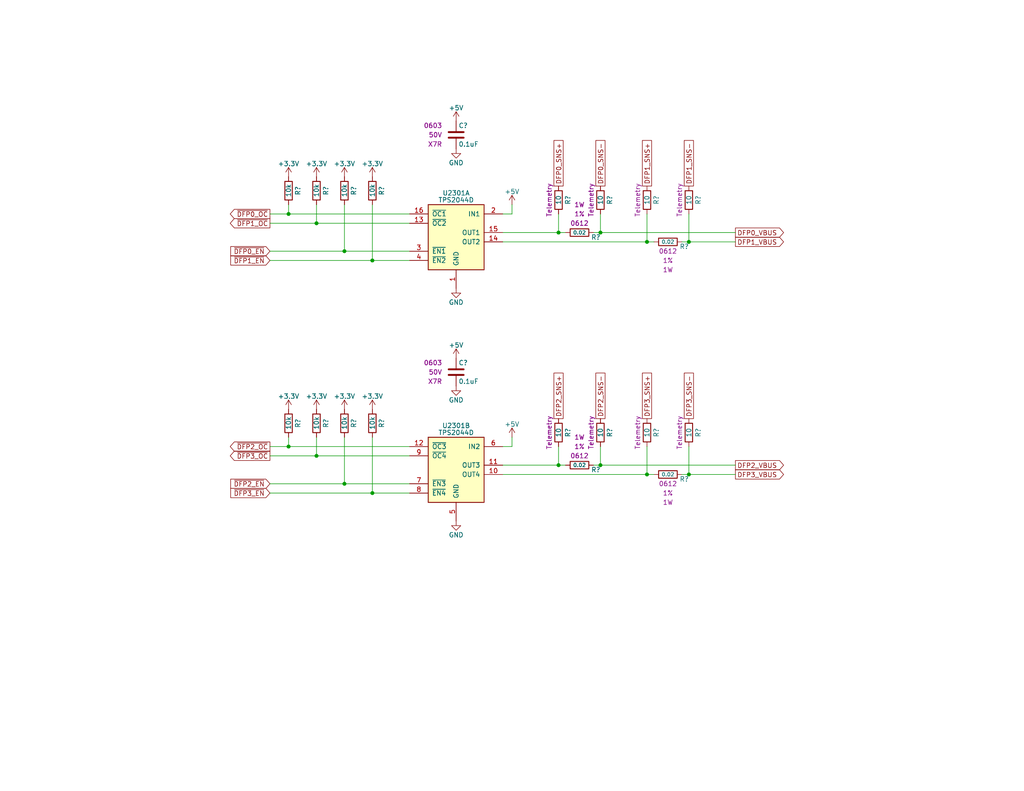
<source format=kicad_sch>
(kicad_sch (version 20230121) (generator eeschema)
  (paper "A")
  (title_block (title "USB Hub") (date "2023-08-20") (rev "PRELIM") (company "Drew Maatman"))
  (lib_symbols
    (symbol "Custom_Library:C_Custom" (pin_numbers hide) (pin_names (offset 0.254))
      (property "Reference" "C" (at 0.635 2.54 0))
      (property "Value" "C_Custom" (at 0.635 -2.54 0))
      (property "display_footprint" "Foot" (at -3.81 2.54 0))
      (property "Voltage" "V" (at -3.81 0 0))
      (property "Dielectric" "Er" (at -3.81 -2.54 0))
      (symbol "C_Custom_0_1"
        (polyline (pts (xy -2.032 -0.762) (xy 2.032 -0.762)) (stroke (width 0.508)))
        (polyline (pts (xy -2.032 0.762) (xy 2.032 0.762)) (stroke (width 0.508)))
      )
      (symbol "C_Custom_1_1"
        (pin passive line (at 0 3.81 270) (length 2.794) (name "~") (number "1"))
        (pin passive line (at 0 -3.81 90) (length 2.794) (name "~") (number "2"))
      )
    )
    (symbol "Custom_Library:R_Custom" (pin_numbers hide) (pin_names (offset 1.016) hide)
      (property "Reference" "R" (at -2.54 0 90))
      (property "Value" "R_Custom" (at 0 0 90))
      (property "display_footprint" "Foot" (at 2.54 0 90))
      (property "Tolerance" "Tol" (at 5.08 0 90))
      (property "Wattage" "W" (at 7.62 0 90))
      (symbol "R_Custom_0_1"
        (rectangle (start 1.016 2.54) (end -1.016 -2.54) (stroke (width 0.254)))
      )
      (symbol "R_Custom_1_1"
        (pin passive line (at 0 3.81 270) (length 1.27) (name "1") (number "1"))
        (pin passive line (at 0 -3.81 90) (length 1.27) (name "2") (number "2"))
      )
    )
    (symbol "Power_Management:TPS2044D" (pin_names (offset 1.016))
      (property "Reference" "U" (at 0 10.795 0))
      (property "Value" "TPS2044D" (at 0 8.89 0))
      (symbol "TPS2044D_0_1"
        (rectangle (start -7.62 7.62) (end 7.62 -10.16) (stroke (width 0.254)) (fill (type background)))
      )
      (symbol "TPS2044D_1_1"
        (pin power_in line (at 0 -15.24 90) (length 5.08) (name "GND") (number "1"))
        (pin open_collector line (at -12.7 2.54 0) (length 5.08) (name "~{OC2}") (number "13"))
        (pin power_out line (at 12.7 -2.54 180) (length 5.08) (name "OUT2") (number "14"))
        (pin power_out line (at 12.7 0 180) (length 5.08) (name "OUT1") (number "15"))
        (pin open_collector line (at -12.7 5.08 0) (length 5.08) (name "~{OC1}") (number "16"))
        (pin power_in line (at 12.7 5.08 180) (length 5.08) (name "IN1") (number "2"))
        (pin input line (at -12.7 -5.08 0) (length 5.08) (name "~{EN1}") (number "3"))
        (pin input line (at -12.7 -7.62 0) (length 5.08) (name "~{EN2}") (number "4"))
      )
      (symbol "TPS2044D_2_1"
        (pin power_out line (at 12.7 -2.54 180) (length 5.08) (name "OUT4") (number "10"))
        (pin power_out line (at 12.7 0 180) (length 5.08) (name "OUT3") (number "11"))
        (pin open_collector line (at -12.7 5.08 0) (length 5.08) (name "~{OC3}") (number "12"))
        (pin power_in line (at 0 -15.24 90) (length 5.08) (name "GND") (number "5"))
        (pin power_in line (at 12.7 5.08 180) (length 5.08) (name "IN2") (number "6"))
        (pin input line (at -12.7 -5.08 0) (length 5.08) (name "~{EN3}") (number "7"))
        (pin input line (at -12.7 -7.62 0) (length 5.08) (name "~{EN4}") (number "8"))
        (pin open_collector line (at -12.7 2.54 0) (length 5.08) (name "~{OC4}") (number "9"))
      )
    )
    (symbol "power:+3.3V" (power) (pin_names (offset 0))
      (property "Value" "+3.3V" (at 0 3.556 0))
      (symbol "+3.3V_0_1"
        (polyline (pts (xy -0.762 1.27) (xy 0 2.54)))
        (polyline (pts (xy 0 0) (xy 0 2.54)))
        (polyline (pts (xy 0 2.54) (xy 0.762 1.27)))
      )
      (symbol "+3.3V_1_1"
        (pin power_in line (at 0 0 90) (length 0) hide (name "+3.3V") (number "1"))
      )
    )
    (symbol "power:+5V" (power) (pin_names (offset 0))
      (property "Value" "+5V" (at 0 3.556 0))
      (symbol "+5V_0_1"
        (polyline (pts (xy -0.762 1.27) (xy 0 2.54)))
        (polyline (pts (xy 0 0) (xy 0 2.54)))
        (polyline (pts (xy 0 2.54) (xy 0.762 1.27)))
      )
      (symbol "+5V_1_1"
        (pin power_in line (at 0 0 90) (length 0) hide (name "+5V") (number "1"))
      )
    )
    (symbol "power:GND" (power) (pin_names (offset 0))
      (property "Value" "GND" (at 0 -3.81 0))
      (symbol "GND_0_1"
        (polyline (pts (xy 0 0) (xy 0 -1.27) (xy 1.27 -1.27) (xy 0 -2.54) (xy -1.27 -1.27) (xy 0 -1.27)))
      )
      (symbol "GND_1_1"
        (pin power_in line (at 0 0 270) (length 0) hide (name "GND") (number "1"))
      )
    )
  )
  (junction (at 163.83 127))
  (junction (at 101.6 71.12))
  (junction (at 78.74 121.92))
  (junction (at 187.96 129.54))
  (junction (at 176.53 129.54))
  (junction (at 78.74 58.42))
  (junction (at 93.98 68.58))
  (junction (at 86.36 124.46))
  (junction (at 152.4 127))
  (junction (at 163.83 63.5))
  (junction (at 101.6 134.62))
  (junction (at 86.36 60.96))
  (junction (at 152.4 63.5))
  (junction (at 93.98 132.08))
  (junction (at 176.53 66.04))
  (junction (at 187.96 66.04))
  (wire (pts (xy 86.36 124.46) (xy 111.76 124.46)))
  (wire (pts (xy 161.925 127) (xy 163.83 127)))
  (wire (pts (xy 137.16 129.54) (xy 176.53 129.54)))
  (wire (pts (xy 73.66 134.62) (xy 101.6 134.62)))
  (wire (pts (xy 78.74 55.88) (xy 78.74 58.42)))
  (wire (pts (xy 176.53 121.92) (xy 176.53 129.54)))
  (wire (pts (xy 73.66 60.96) (xy 86.36 60.96)))
  (wire (pts (xy 93.98 132.08) (xy 111.76 132.08)))
  (wire (pts (xy 139.7 58.42) (xy 137.16 58.42)))
  (wire (pts (xy 163.83 127) (xy 200.66 127)))
  (wire (pts (xy 187.96 129.54) (xy 200.66 129.54)))
  (wire (pts (xy 176.53 66.04) (xy 178.435 66.04)))
  (wire (pts (xy 101.6 71.12) (xy 111.76 71.12)))
  (wire (pts (xy 176.53 58.42) (xy 176.53 66.04)))
  (wire (pts (xy 93.98 68.58) (xy 111.76 68.58)))
  (wire (pts (xy 101.6 134.62) (xy 111.76 134.62)))
  (wire (pts (xy 163.83 121.92) (xy 163.83 127)))
  (wire (pts (xy 93.98 119.38) (xy 93.98 132.08)))
  (wire (pts (xy 73.66 71.12) (xy 101.6 71.12)))
  (wire (pts (xy 152.4 121.92) (xy 152.4 127)))
  (wire (pts (xy 187.96 66.04) (xy 200.66 66.04)))
  (wire (pts (xy 86.36 60.96) (xy 111.76 60.96)))
  (wire (pts (xy 137.16 127) (xy 152.4 127)))
  (wire (pts (xy 73.66 68.58) (xy 93.98 68.58)))
  (wire (pts (xy 152.4 127) (xy 154.305 127)))
  (wire (pts (xy 78.74 58.42) (xy 111.76 58.42)))
  (wire (pts (xy 86.36 55.88) (xy 86.36 60.96)))
  (wire (pts (xy 86.36 119.38) (xy 86.36 124.46)))
  (wire (pts (xy 186.055 66.04) (xy 187.96 66.04)))
  (wire (pts (xy 73.66 132.08) (xy 93.98 132.08)))
  (wire (pts (xy 137.16 66.04) (xy 176.53 66.04)))
  (wire (pts (xy 101.6 55.88) (xy 101.6 71.12)))
  (wire (pts (xy 152.4 63.5) (xy 154.305 63.5)))
  (wire (pts (xy 163.83 63.5) (xy 200.66 63.5)))
  (wire (pts (xy 78.74 121.92) (xy 111.76 121.92)))
  (wire (pts (xy 101.6 119.38) (xy 101.6 134.62)))
  (wire (pts (xy 73.66 58.42) (xy 78.74 58.42)))
  (wire (pts (xy 78.74 119.38) (xy 78.74 121.92)))
  (wire (pts (xy 73.66 121.92) (xy 78.74 121.92)))
  (wire (pts (xy 93.98 55.88) (xy 93.98 68.58)))
  (wire (pts (xy 139.7 55.88) (xy 139.7 58.42)))
  (wire (pts (xy 176.53 129.54) (xy 178.435 129.54)))
  (wire (pts (xy 187.96 58.42) (xy 187.96 66.04)))
  (wire (pts (xy 137.16 63.5) (xy 152.4 63.5)))
  (wire (pts (xy 187.96 121.92) (xy 187.96 129.54)))
  (wire (pts (xy 152.4 58.42) (xy 152.4 63.5)))
  (wire (pts (xy 139.7 121.92) (xy 137.16 121.92)))
  (wire (pts (xy 186.055 129.54) (xy 187.96 129.54)))
  (wire (pts (xy 161.925 63.5) (xy 163.83 63.5)))
  (wire (pts (xy 163.83 58.42) (xy 163.83 63.5)))
  (wire (pts (xy 139.7 119.38) (xy 139.7 121.92)))
  (wire (pts (xy 73.66 124.46) (xy 86.36 124.46)))
  (global_label "DFP3_SNS+" (shape passive) (at 176.53 114.3 90) (property "Intersheetrefs" "${INTERSHEET_REFS}" (effects hide)))
  (global_label "DFP0_SNS-" (shape passive) (at 163.83 50.8 90) (property "Intersheetrefs" "${INTERSHEET_REFS}" (effects hide)))
  (global_label "DFP2_SNS-" (shape passive) (at 163.83 114.3 90) (property "Intersheetrefs" "${INTERSHEET_REFS}" (effects hide)))
  (global_label "~{DFP0_EN}" (shape input) (at 73.66 68.58 180) (property "Intersheetrefs" "${INTERSHEET_REFS}" (effects hide)))
  (global_label "DFP1_VBUS" (shape output) (at 200.66 66.04 0) (property "Intersheetrefs" "${INTERSHEET_REFS}" (effects hide)))
  (global_label "~{DFP2_OC}" (shape output) (at 73.66 121.92 180) (property "Intersheetrefs" "${INTERSHEET_REFS}" (effects hide)))
  (global_label "DFP3_VBUS" (shape output) (at 200.66 129.54 0) (property "Intersheetrefs" "${INTERSHEET_REFS}" (effects hide)))
  (global_label "DFP0_SNS+" (shape passive) (at 152.4 50.8 90) (property "Intersheetrefs" "${INTERSHEET_REFS}" (effects hide)))
  (global_label "~{DFP3_OC}" (shape output) (at 73.66 124.46 180) (property "Intersheetrefs" "${INTERSHEET_REFS}" (effects hide)))
  (global_label "DFP1_SNS+" (shape passive) (at 176.53 50.8 90) (property "Intersheetrefs" "${INTERSHEET_REFS}" (effects hide)))
  (global_label "DFP0_VBUS" (shape output) (at 200.66 63.5 0) (property "Intersheetrefs" "${INTERSHEET_REFS}" (effects hide)))
  (global_label "~{DFP1_EN}" (shape input) (at 73.66 71.12 180) (property "Intersheetrefs" "${INTERSHEET_REFS}" (effects hide)))
  (global_label "DFP1_SNS-" (shape passive) (at 187.96 50.8 90) (property "Intersheetrefs" "${INTERSHEET_REFS}" (effects hide)))
  (global_label "~{DFP2_EN}" (shape input) (at 73.66 132.08 180) (property "Intersheetrefs" "${INTERSHEET_REFS}" (effects hide)))
  (global_label "~{DFP1_OC}" (shape output) (at 73.66 60.96 180) (property "Intersheetrefs" "${INTERSHEET_REFS}" (effects hide)))
  (global_label "DFP3_SNS-" (shape passive) (at 187.96 114.3 90) (property "Intersheetrefs" "${INTERSHEET_REFS}" (effects hide)))
  (global_label "~{DFP3_EN}" (shape input) (at 73.66 134.62 180) (property "Intersheetrefs" "${INTERSHEET_REFS}" (effects hide)))
  (global_label "DFP2_SNS+" (shape passive) (at 152.4 114.3 90) (property "Intersheetrefs" "${INTERSHEET_REFS}" (effects hide)))
  (global_label "DFP2_VBUS" (shape output) (at 200.66 127 0) (property "Intersheetrefs" "${INTERSHEET_REFS}" (effects hide)))
  (global_label "~{DFP0_OC}" (shape output) (at 73.66 58.42 180) (property "Intersheetrefs" "${INTERSHEET_REFS}" (effects hide)))
  (symbol (lib_id "Custom_Library:R_Custom") (at 93.98 115.57 0) (mirror y) (unit 1)
    (property "Reference" "R?" (at 96.52 115.57 90))
    (property "Value" "10k" (at 93.98 117.348 90) (effects (justify left)))
    (property "Footprint" "Resistors_SMD:R_0603" (effects hide))
    (property "display_footprint" "0603" (effects hide))
    (property "Tolerance" "1%" (effects hide))
    (property "Wattage" "1/10W" (effects hide))
    (property "Digi-Key PN" "PN" (effects hide))
    (instances (project "USB_Hub" (path "" (reference "R?") (unit 1)) (path "" (reference "R2306") (unit 1))))
  )
  (symbol (lib_id "power:+5V") (at 139.7 119.38 0) (unit 1)
    (property "Reference" "#PWR02316" (effects hide))
    (property "Value" "+5V" (at 139.7 115.824 0))
  )
  (symbol (lib_id "Custom_Library:R_Custom") (at 101.6 115.57 0) (mirror y) (unit 1)
    (property "Reference" "R?" (at 104.14 115.57 90))
    (property "Value" "10k" (at 101.6 117.348 90) (effects (justify left)))
    (property "Footprint" "Resistors_SMD:R_0603" (effects hide))
    (property "display_footprint" "0603" (effects hide))
    (property "Tolerance" "1%" (effects hide))
    (property "Wattage" "1/10W" (effects hide))
    (property "Digi-Key PN" "PN" (effects hide))
    (instances (project "USB_Hub" (path "" (reference "R?") (unit 1)) (path "" (reference "R2308") (unit 1))))
  )
  (symbol (lib_id "power:+3.3V") (at 93.98 48.26 0) (unit 1)
    (property "Reference" "#PWR02305" (effects hide))
    (property "Value" "+3.3V" (at 93.98 44.704 0))
  )
  (symbol (lib_id "Custom_Library:R_Custom") (at 86.36 115.57 0) (mirror y) (unit 1)
    (property "Reference" "R?" (at 88.9 115.57 90))
    (property "Value" "10k" (at 86.36 117.348 90) (effects (justify left)))
    (property "Footprint" "Resistors_SMD:R_0603" (effects hide))
    (property "display_footprint" "0603" (effects hide))
    (property "Tolerance" "1%" (effects hide))
    (property "Wattage" "1/10W" (effects hide))
    (property "Digi-Key PN" "PN" (effects hide))
    (instances (project "USB_Hub" (path "" (reference "R?") (unit 1)) (path "" (reference "R2304") (unit 1))))
  )
  (symbol (lib_id "Custom_Library:C_Custom") (at 124.46 101.6 0) (unit 1)
    (property "Reference" "C?" (at 125.095 99.06 0) (effects (justify left)))
    (property "Value" "0.1uF" (at 125.095 104.14 0) (effects (justify left)))
    (property "Footprint" "Capacitors_SMD:C_0603" (effects hide))
    (property "display_footprint" "0603" (at 120.65 99.06 0) (effects (justify right)))
    (property "Voltage" "50V" (at 120.65 101.6 0) (effects (justify right)))
    (property "Dielectric" "X7R" (at 120.65 104.14 0) (effects (justify right)))
    (property "Digi-Key PN" "399-7845-1-ND" (effects hide))
    (instances (project "USB_Hub" (path "" (reference "C?") (unit 1)) (path "" (reference "C2302") (unit 1))))
  )
  (symbol (lib_id "Custom_Library:R_Custom") (at 163.83 118.11 0) (mirror y) (unit 1)
    (property "Reference" "R?" (at 166.37 118.11 90))
    (property "Value" "10" (at 163.83 118.11 90))
    (property "Footprint" "Resistors_SMD:R_0402" (effects hide))
    (property "display_footprint" "0402" (effects hide))
    (property "Tolerance" "1%" (effects hide))
    (property "Wattage" "1/16W" (effects hide))
    (property "Digi-Key PN" "RMCF0402FT10R0CT-ND" (effects hide))
    (property "Configuration" "Telemetry" (at 161.29 118.11 90))
    (instances (project "LED_Panel_Controller" (path "" (reference "R?") (unit 1)) (path "" (reference "R?") (unit 1)) (path "" (reference "R?") (unit 1)) (path "" (reference "R?") (unit 1)) (path "" (reference "R?") (unit 1)) (path "" (reference "R?") (unit 1))) (project "USB_Hub" (path "" (reference "R?") (unit 1)) (path "" (reference "R?") (unit 1)) (path "" (reference "R2314") (unit 1))))
  )
  (symbol (lib_id "power:+3.3V") (at 101.6 111.76 0) (unit 1)
    (property "Reference" "#PWR02308" (effects hide))
    (property "Value" "+3.3V" (at 101.6 108.204 0))
  )
  (symbol (lib_id "Custom_Library:R_Custom") (at 101.6 52.07 0) (mirror y) (unit 1)
    (property "Reference" "R?" (at 104.14 52.07 90))
    (property "Value" "10k" (at 101.6 53.848 90) (effects (justify left)))
    (property "Footprint" "Resistors_SMD:R_0603" (effects hide))
    (property "display_footprint" "0603" (effects hide))
    (property "Tolerance" "1%" (effects hide))
    (property "Wattage" "1/10W" (effects hide))
    (property "Digi-Key PN" "PN" (effects hide))
    (instances (project "USB_Hub" (path "" (reference "R?") (unit 1)) (path "" (reference "R2307") (unit 1))))
  )
  (symbol (lib_id "power:+3.3V") (at 78.74 48.26 0) (unit 1)
    (property "Reference" "#PWR02301" (effects hide))
    (property "Value" "+3.3V" (at 78.74 44.704 0))
  )
  (symbol (lib_id "Custom_Library:R_Custom") (at 86.36 52.07 0) (mirror y) (unit 1)
    (property "Reference" "R?" (at 88.9 52.07 90))
    (property "Value" "10k" (at 86.36 53.848 90) (effects (justify left)))
    (property "Footprint" "Resistors_SMD:R_0603" (effects hide))
    (property "display_footprint" "0603" (effects hide))
    (property "Tolerance" "1%" (effects hide))
    (property "Wattage" "1/10W" (effects hide))
    (property "Digi-Key PN" "PN" (effects hide))
    (instances (project "USB_Hub" (path "" (reference "R?") (unit 1)) (path "" (reference "R2303") (unit 1))))
  )
  (symbol (lib_id "power:+5V") (at 124.46 33.02 0) (unit 1)
    (property "Reference" "#PWR02309" (effects hide))
    (property "Value" "+5V" (at 124.46 29.464 0))
  )
  (symbol (lib_id "Custom_Library:R_Custom") (at 182.245 129.54 90) (mirror x) (unit 1)
    (property "Reference" "R?" (at 185.42 130.81 90) (effects (justify right)))
    (property "Value" "0.02" (at 182.245 129.54 90) (effects (font (size 1.016 1.016))))
    (property "Footprint" "Resistors_SMD:R_0612" (effects hide))
    (property "Digi-Key PN" "P16010CT-ND" (effects hide))
    (property "display_footprint" "0612" (at 182.245 132.08 90))
    (property "Tolerance" "1%" (at 182.245 134.62 90))
    (property "Wattage" "1W" (at 182.245 137.16 90))
    (instances (project "LED_Panel_Controller" (path "" (reference "R?") (unit 1)) (path "" (reference "R?") (unit 1)) (path "" (reference "R?") (unit 1)) (path "" (reference "R?") (unit 1)) (path "" (reference "R?") (unit 1)) (path "" (reference "R?") (unit 1))) (project "USB_Hub" (path "" (reference "R?") (unit 1)) (path "" (reference "R?") (unit 1)) (path "" (reference "R2318") (unit 1))))
  )
  (symbol (lib_id "Custom_Library:R_Custom") (at 187.96 54.61 0) (mirror y) (unit 1)
    (property "Reference" "R?" (at 190.5 54.61 90))
    (property "Value" "10" (at 187.96 54.61 90))
    (property "Footprint" "Resistors_SMD:R_0402" (effects hide))
    (property "display_footprint" "0402" (effects hide))
    (property "Tolerance" "1%" (effects hide))
    (property "Wattage" "1/16W" (effects hide))
    (property "Digi-Key PN" "RMCF0402FT10R0CT-ND" (effects hide))
    (property "Configuration" "Telemetry" (at 185.42 54.61 90))
    (instances (project "LED_Panel_Controller" (path "" (reference "R?") (unit 1)) (path "" (reference "R?") (unit 1)) (path "" (reference "R?") (unit 1)) (path "" (reference "R?") (unit 1)) (path "" (reference "R?") (unit 1)) (path "" (reference "R?") (unit 1))) (project "USB_Hub" (path "" (reference "R?") (unit 1)) (path "" (reference "R?") (unit 1)) (path "" (reference "R2319") (unit 1))))
  )
  (symbol (lib_id "power:+3.3V") (at 86.36 48.26 0) (unit 1)
    (property "Reference" "#PWR02303" (effects hide))
    (property "Value" "+3.3V" (at 86.36 44.704 0))
  )
  (symbol (lib_id "Custom_Library:R_Custom") (at 176.53 118.11 0) (mirror y) (unit 1)
    (property "Reference" "R?" (at 179.07 118.11 90))
    (property "Value" "10" (at 176.53 118.11 90))
    (property "Footprint" "Resistors_SMD:R_0402" (effects hide))
    (property "display_footprint" "0402" (effects hide))
    (property "Tolerance" "1%" (effects hide))
    (property "Wattage" "1/16W" (effects hide))
    (property "Digi-Key PN" "RMCF0402FT10R0CT-ND" (effects hide))
    (property "Configuration" "Telemetry" (at 173.99 118.11 90))
    (instances (project "LED_Panel_Controller" (path "" (reference "R?") (unit 1)) (path "" (reference "R?") (unit 1)) (path "" (reference "R?") (unit 1)) (path "" (reference "R?") (unit 1)) (path "" (reference "R?") (unit 1)) (path "" (reference "R?") (unit 1))) (project "USB_Hub" (path "" (reference "R?") (unit 1)) (path "" (reference "R?") (unit 1)) (path "" (reference "R2316") (unit 1))))
  )
  (symbol (lib_id "Custom_Library:R_Custom") (at 176.53 54.61 0) (mirror y) (unit 1)
    (property "Reference" "R?" (at 179.07 54.61 90))
    (property "Value" "10" (at 176.53 54.61 90))
    (property "Footprint" "Resistors_SMD:R_0402" (effects hide))
    (property "display_footprint" "0402" (effects hide))
    (property "Tolerance" "1%" (effects hide))
    (property "Wattage" "1/16W" (effects hide))
    (property "Digi-Key PN" "RMCF0402FT10R0CT-ND" (effects hide))
    (property "Configuration" "Telemetry" (at 173.99 54.61 90))
    (instances (project "LED_Panel_Controller" (path "" (reference "R?") (unit 1)) (path "" (reference "R?") (unit 1)) (path "" (reference "R?") (unit 1)) (path "" (reference "R?") (unit 1)) (path "" (reference "R?") (unit 1)) (path "" (reference "R?") (unit 1))) (project "USB_Hub" (path "" (reference "R?") (unit 1)) (path "" (reference "R?") (unit 1)) (path "" (reference "R2315") (unit 1))))
  )
  (symbol (lib_id "power:+5V") (at 124.46 97.79 0) (unit 1)
    (property "Reference" "#PWR02312" (effects hide))
    (property "Value" "+5V" (at 124.46 94.234 0))
  )
  (symbol (lib_id "Custom_Library:R_Custom") (at 78.74 115.57 0) (mirror y) (unit 1)
    (property "Reference" "R?" (at 81.28 115.57 90))
    (property "Value" "10k" (at 78.74 117.348 90) (effects (justify left)))
    (property "Footprint" "Resistors_SMD:R_0603" (effects hide))
    (property "display_footprint" "0603" (effects hide))
    (property "Tolerance" "1%" (effects hide))
    (property "Wattage" "1/10W" (effects hide))
    (property "Digi-Key PN" "PN" (effects hide))
    (instances (project "USB_Hub" (path "" (reference "R?") (unit 1)) (path "" (reference "R2302") (unit 1))))
  )
  (symbol (lib_id "power:GND") (at 124.46 142.24 0) (unit 1)
    (property "Reference" "#PWR02314" (effects hide))
    (property "Value" "GND" (at 124.46 146.05 0))
  )
  (symbol (lib_id "Power_Management:TPS2044D") (at 124.46 127 0) (unit 2)
    (property "Reference" "U2301" (at 124.46 116.205 0))
    (property "Value" "TPS2044D" (at 124.46 118.11 0))
    (property "Footprint" "Package_SO:SOIC-16_3.9x9.9mm_P1.27mm" (effects hide))
    (property "Datasheet" "http://www.ti.com/lit/ds/symlink/tps2044.pdf" (effects hide))
  )
  (symbol (lib_id "Custom_Library:R_Custom") (at 182.245 66.04 90) (mirror x) (unit 1)
    (property "Reference" "R?" (at 185.42 67.31 90) (effects (justify right)))
    (property "Value" "0.02" (at 182.245 66.04 90) (effects (font (size 1.016 1.016))))
    (property "Footprint" "Resistors_SMD:R_0612" (effects hide))
    (property "Digi-Key PN" "P16010CT-ND" (effects hide))
    (property "display_footprint" "0612" (at 182.245 68.58 90))
    (property "Tolerance" "1%" (at 182.245 71.12 90))
    (property "Wattage" "1W" (at 182.245 73.66 90))
    (instances (project "LED_Panel_Controller" (path "" (reference "R?") (unit 1)) (path "" (reference "R?") (unit 1)) (path "" (reference "R?") (unit 1)) (path "" (reference "R?") (unit 1)) (path "" (reference "R?") (unit 1)) (path "" (reference "R?") (unit 1))) (project "USB_Hub" (path "" (reference "R?") (unit 1)) (path "" (reference "R?") (unit 1)) (path "" (reference "R2317") (unit 1))))
  )
  (symbol (lib_id "Custom_Library:R_Custom") (at 158.115 127 90) (unit 1)
    (property "Reference" "R?" (at 161.29 128.27 90) (effects (justify right)))
    (property "Value" "0.02" (at 158.115 127 90) (effects (font (size 1.016 1.016))))
    (property "Footprint" "Resistors_SMD:R_0612" (effects hide))
    (property "Digi-Key PN" "P16010CT-ND" (effects hide))
    (property "display_footprint" "0612" (at 158.115 124.46 90))
    (property "Tolerance" "1%" (at 158.115 121.92 90))
    (property "Wattage" "1W" (at 158.115 119.38 90))
    (instances (project "LED_Panel_Controller" (path "" (reference "R?") (unit 1)) (path "" (reference "R?") (unit 1)) (path "" (reference "R?") (unit 1)) (path "" (reference "R?") (unit 1)) (path "" (reference "R?") (unit 1)) (path "" (reference "R?") (unit 1))) (project "USB_Hub" (path "" (reference "R?") (unit 1)) (path "" (reference "R?") (unit 1)) (path "" (reference "R2312") (unit 1))))
  )
  (symbol (lib_id "power:+5V") (at 139.7 55.88 0) (unit 1)
    (property "Reference" "#PWR02315" (effects hide))
    (property "Value" "+5V" (at 139.7 52.324 0))
  )
  (symbol (lib_id "power:GND") (at 124.46 78.74 0) (unit 1)
    (property "Reference" "#PWR02311" (effects hide))
    (property "Value" "GND" (at 124.46 82.55 0))
  )
  (symbol (lib_id "power:+3.3V") (at 93.98 111.76 0) (unit 1)
    (property "Reference" "#PWR02306" (effects hide))
    (property "Value" "+3.3V" (at 93.98 108.204 0))
  )
  (symbol (lib_id "Custom_Library:R_Custom") (at 187.96 118.11 0) (mirror y) (unit 1)
    (property "Reference" "R?" (at 190.5 118.11 90))
    (property "Value" "10" (at 187.96 118.11 90))
    (property "Footprint" "Resistors_SMD:R_0402" (effects hide))
    (property "display_footprint" "0402" (effects hide))
    (property "Tolerance" "1%" (effects hide))
    (property "Wattage" "1/16W" (effects hide))
    (property "Digi-Key PN" "RMCF0402FT10R0CT-ND" (effects hide))
    (property "Configuration" "Telemetry" (at 185.42 118.11 90))
    (instances (project "LED_Panel_Controller" (path "" (reference "R?") (unit 1)) (path "" (reference "R?") (unit 1)) (path "" (reference "R?") (unit 1)) (path "" (reference "R?") (unit 1)) (path "" (reference "R?") (unit 1)) (path "" (reference "R?") (unit 1))) (project "USB_Hub" (path "" (reference "R?") (unit 1)) (path "" (reference "R?") (unit 1)) (path "" (reference "R2320") (unit 1))))
  )
  (symbol (lib_id "Custom_Library:R_Custom") (at 152.4 118.11 0) (mirror y) (unit 1)
    (property "Reference" "R?" (at 154.94 118.11 90))
    (property "Value" "10" (at 152.4 118.11 90))
    (property "Footprint" "Resistors_SMD:R_0402" (effects hide))
    (property "display_footprint" "0402" (effects hide))
    (property "Tolerance" "1%" (effects hide))
    (property "Wattage" "1/16W" (effects hide))
    (property "Digi-Key PN" "RMCF0402FT10R0CT-ND" (effects hide))
    (property "Configuration" "Telemetry" (at 149.86 118.11 90))
    (instances (project "LED_Panel_Controller" (path "" (reference "R?") (unit 1)) (path "" (reference "R?") (unit 1)) (path "" (reference "R?") (unit 1)) (path "" (reference "R?") (unit 1)) (path "" (reference "R?") (unit 1)) (path "" (reference "R?") (unit 1))) (project "USB_Hub" (path "" (reference "R?") (unit 1)) (path "" (reference "R?") (unit 1)) (path "" (reference "R2310") (unit 1))))
  )
  (symbol (lib_id "Power_Management:TPS2044D") (at 124.46 63.5 0) (unit 1)
    (property "Reference" "U2301" (at 124.46 52.705 0))
    (property "Value" "TPS2044D" (at 124.46 54.61 0))
    (property "Footprint" "Package_SO:SOIC-16_3.9x9.9mm_P1.27mm" (effects hide))
    (property "Datasheet" "http://www.ti.com/lit/ds/symlink/tps2044.pdf" (effects hide))
  )
  (symbol (lib_id "power:+3.3V") (at 78.74 111.76 0) (unit 1)
    (property "Reference" "#PWR02302" (effects hide))
    (property "Value" "+3.3V" (at 78.74 108.204 0))
  )
  (symbol (lib_id "Custom_Library:R_Custom") (at 163.83 54.61 0) (mirror y) (unit 1)
    (property "Reference" "R?" (at 166.37 54.61 90))
    (property "Value" "10" (at 163.83 54.61 90))
    (property "Footprint" "Resistors_SMD:R_0402" (effects hide))
    (property "display_footprint" "0402" (effects hide))
    (property "Tolerance" "1%" (effects hide))
    (property "Wattage" "1/16W" (effects hide))
    (property "Digi-Key PN" "RMCF0402FT10R0CT-ND" (effects hide))
    (property "Configuration" "Telemetry" (at 161.29 54.61 90))
    (instances (project "LED_Panel_Controller" (path "" (reference "R?") (unit 1)) (path "" (reference "R?") (unit 1)) (path "" (reference "R?") (unit 1)) (path "" (reference "R?") (unit 1)) (path "" (reference "R?") (unit 1)) (path "" (reference "R?") (unit 1))) (project "USB_Hub" (path "" (reference "R?") (unit 1)) (path "" (reference "R?") (unit 1)) (path "" (reference "R2313") (unit 1))))
  )
  (symbol (lib_id "power:+3.3V") (at 86.36 111.76 0) (unit 1)
    (property "Reference" "#PWR02304" (effects hide))
    (property "Value" "+3.3V" (at 86.36 108.204 0))
  )
  (symbol (lib_id "power:GND") (at 124.46 40.64 0) (unit 1)
    (property "Reference" "#PWR?" (effects hide))
    (property "Value" "GND" (at 124.46 44.45 0))
    (instances (project "USB_Hub" (path "" (reference "#PWR?") (unit 1)) (path "" (reference "#PWR02310") (unit 1))))
  )
  (symbol (lib_id "Custom_Library:C_Custom") (at 124.46 36.83 0) (unit 1)
    (property "Reference" "C?" (at 125.095 34.29 0) (effects (justify left)))
    (property "Value" "0.1uF" (at 125.095 39.37 0) (effects (justify left)))
    (property "Footprint" "Capacitors_SMD:C_0603" (effects hide))
    (property "display_footprint" "0603" (at 120.65 34.29 0) (effects (justify right)))
    (property "Voltage" "50V" (at 120.65 36.83 0) (effects (justify right)))
    (property "Dielectric" "X7R" (at 120.65 39.37 0) (effects (justify right)))
    (property "Digi-Key PN" "399-7845-1-ND" (effects hide))
    (instances (project "USB_Hub" (path "" (reference "C?") (unit 1)) (path "" (reference "C2301") (unit 1))))
  )
  (symbol (lib_id "Custom_Library:R_Custom") (at 78.74 52.07 0) (mirror y) (unit 1)
    (property "Reference" "R?" (at 81.28 52.07 90))
    (property "Value" "10k" (at 78.74 53.848 90) (effects (justify left)))
    (property "Footprint" "Resistors_SMD:R_0603" (effects hide))
    (property "display_footprint" "0603" (effects hide))
    (property "Tolerance" "1%" (effects hide))
    (property "Wattage" "1/10W" (effects hide))
    (property "Digi-Key PN" "PN" (effects hide))
    (instances (project "USB_Hub" (path "" (reference "R?") (unit 1)) (path "" (reference "R2301") (unit 1))))
  )
  (symbol (lib_id "Custom_Library:R_Custom") (at 93.98 52.07 0) (mirror y) (unit 1)
    (property "Reference" "R?" (at 96.52 52.07 90))
    (property "Value" "10k" (at 93.98 53.848 90) (effects (justify left)))
    (property "Footprint" "Resistors_SMD:R_0603" (effects hide))
    (property "display_footprint" "0603" (effects hide))
    (property "Tolerance" "1%" (effects hide))
    (property "Wattage" "1/10W" (effects hide))
    (property "Digi-Key PN" "PN" (effects hide))
    (instances (project "USB_Hub" (path "" (reference "R?") (unit 1)) (path "" (reference "R2305") (unit 1))))
  )
  (symbol (lib_id "Custom_Library:R_Custom") (at 152.4 54.61 0) (mirror y) (unit 1)
    (property "Reference" "R?" (at 154.94 54.61 90))
    (property "Value" "10" (at 152.4 54.61 90))
    (property "Footprint" "Resistors_SMD:R_0402" (effects hide))
    (property "display_footprint" "0402" (effects hide))
    (property "Tolerance" "1%" (effects hide))
    (property "Wattage" "1/16W" (effects hide))
    (property "Digi-Key PN" "RMCF0402FT10R0CT-ND" (effects hide))
    (property "Configuration" "Telemetry" (at 149.86 54.61 90))
    (instances (project "LED_Panel_Controller" (path "" (reference "R?") (unit 1)) (path "" (reference "R?") (unit 1)) (path "" (reference "R?") (unit 1)) (path "" (reference "R?") (unit 1)) (path "" (reference "R?") (unit 1)) (path "" (reference "R?") (unit 1))) (project "USB_Hub" (path "" (reference "R?") (unit 1)) (path "" (reference "R?") (unit 1)) (path "" (reference "R2309") (unit 1))))
  )
  (symbol (lib_id "Custom_Library:R_Custom") (at 158.115 63.5 90) (unit 1)
    (property "Reference" "R?" (at 161.29 64.77 90) (effects (justify right)))
    (property "Value" "0.02" (at 158.115 63.5 90) (effects (font (size 1.016 1.016))))
    (property "Footprint" "Resistors_SMD:R_0612" (effects hide))
    (property "Digi-Key PN" "P16010CT-ND" (effects hide))
    (property "display_footprint" "0612" (at 158.115 60.96 90))
    (property "Tolerance" "1%" (at 158.115 58.42 90))
    (property "Wattage" "1W" (at 158.115 55.88 90))
    (instances (project "LED_Panel_Controller" (path "" (reference "R?") (unit 1)) (path "" (reference "R?") (unit 1)) (path "" (reference "R?") (unit 1)) (path "" (reference "R?") (unit 1)) (path "" (reference "R?") (unit 1)) (path "" (reference "R?") (unit 1))) (project "USB_Hub" (path "" (reference "R?") (unit 1)) (path "" (reference "R?") (unit 1)) (path "" (reference "R2311") (unit 1))))
  )
  (symbol (lib_id "power:+3.3V") (at 101.6 48.26 0) (unit 1)
    (property "Reference" "#PWR02307" (effects hide))
    (property "Value" "+3.3V" (at 101.6 44.704 0))
  )
  (symbol (lib_id "power:GND") (at 124.46 105.41 0) (unit 1)
    (property "Reference" "#PWR?" (effects hide))
    (property "Value" "GND" (at 124.46 109.22 0))
    (instances (project "USB_Hub" (path "" (reference "#PWR?") (unit 1)) (path "" (reference "#PWR02313") (unit 1))))
  )
)
</source>
